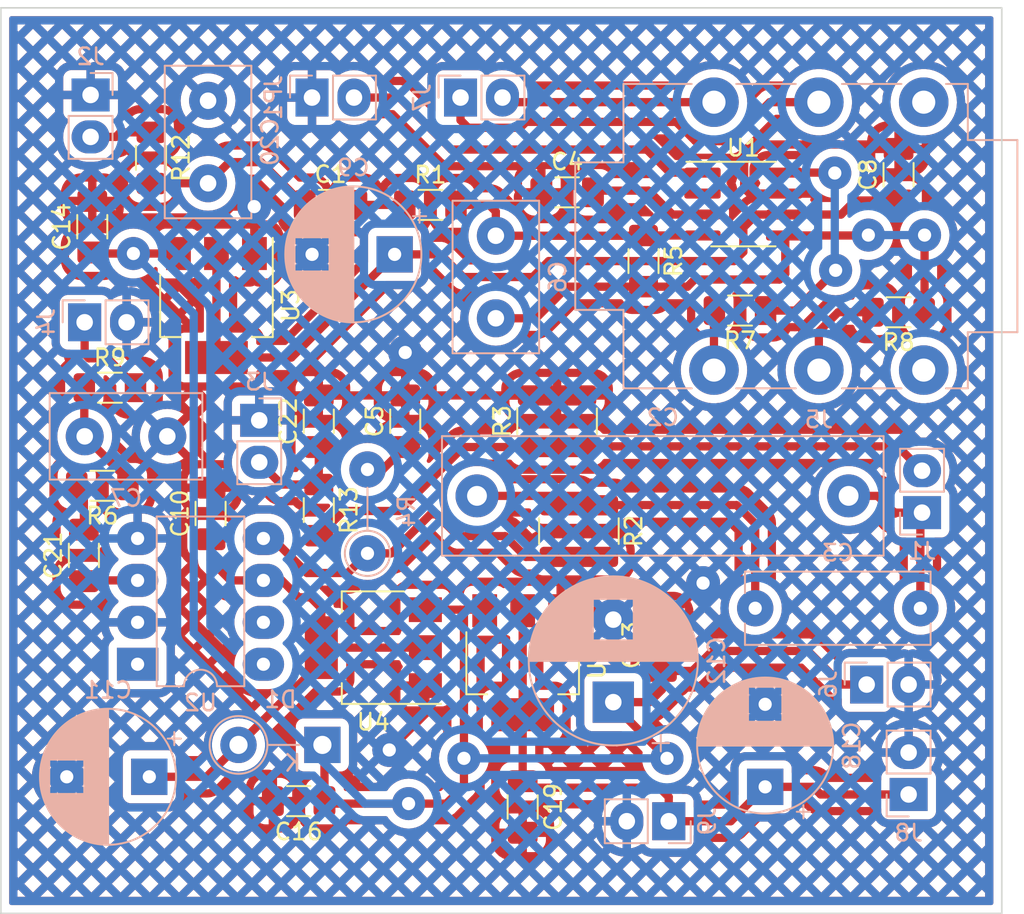
<source format=kicad_pcb>
(kicad_pcb (version 20211014) (generator pcbnew)
  (layers (0 "F.Cu" signal) (31 "B.Cu" signal) (34 "B.Paste" user) (35 "F.Paste" user) (36 "B.SilkS" user "B.Silkscreen") (37 "F.SilkS" user "F.Silkscreen") (38 "B.Mask" user) (39 "F.Mask" user) (44 "Edge.Cuts" user))
  (net 0 "")
  (net 1 "Net-(C1-Pad1)")
  (net 2 "Net-(C1-Pad2)")
  (net 3 "Net-(C2-Pad1)")
  (net 4 "Net-(C2-Pad2)")
  (net 5 "GND")
  (net 6 "Net-(C4-Pad2)")
  (net 7 "Net-(C5-Pad1)")
  (net 8 "Net-(C6-Pad1)")
  (net 9 "Net-(C6-Pad2)")
  (net 10 "Net-(C7-Pad1)")
  (net 11 "Net-(C8-Pad1)")
  (net 12 "Net-(C10-Pad1)")
  (net 13 "VCC")
  (net 14 "Net-(C18-Pad1)")
  (net 15 "Net-(C21-Pad1)")
  (net 16 "Net-(C21-Pad2)")
  (net 17 "Net-(C22-Pad1)")
  (net 18 "Net-(J1-Pad2)")
  (net 19 "Net-(J2-Pad2)")
  (net 20 "Net-(J4-Pad1)")
  (net 21 "Net-(J5-PadR)")
  (net 22 "Net-(J5-PadRN)")
  (net 25 "Net-(J5-PadT)")
  (net 26 "Net-(J5-PadTN)")
  (net 27 "Net-(JP1-Pad2)")
  (net 28 "Net-(R2-Pad2)")
  (net 29 "Net-(R7-Pad1)")
  (footprint "Resistor_SMD:R_1206_3216Metric_Pad1.30x1.75mm_HandSolder" (layer "F.Cu") (at 214.376 57.5564 180)
    (fp_text reference "R8" (at 0 -1.82) (layer "F.SilkS"))
    (fp_text value "2")
    (pad "1" smd roundrect (at -1.55 0 180) (size 1.3 1.75) (layers "F.Cu" "F.Paste" "F.Mask") (roundrect_rratio 0.1923076923) (net 8 "Net-(C6-Pad1)"))
    (pad "2" smd roundrect (at 1.55 0 180) (size 1.3 1.75) (layers "F.Cu" "F.Paste" "F.Mask") (roundrect_rratio 0.1923076923) (net 21 "Net-(J5-PadR)"))
  )
  (footprint "Capacitor_SMD:C_1206_3216Metric_Pad1.33x1.80mm_HandSolder" (layer "F.Cu") (at 214.376 49.2252 90)
    (fp_text reference "C8" (at 0 -1.85 90) (layer "F.SilkS"))
    (fp_text value "0.1")
    (pad "1" smd roundrect (at -1.5625 0 90) (size 1.325 1.8) (layers "F.Cu" "F.Paste" "F.Mask") (roundrect_rratio 0.1886792453) (net 11 "Net-(C8-Pad1)"))
    (pad "2" smd roundrect (at 1.5625 0 90) (size 1.325 1.8) (layers "F.Cu" "F.Paste" "F.Mask") (roundrect_rratio 0.1886792453) (net 5 "GND"))
  )
  (footprint "Resistor_SMD:R_1206_3216Metric_Pad1.30x1.75mm_HandSolder" (layer "F.Cu") (at 166.1668 68.072 180)
    (fp_text reference "R6" (at 0 -1.82) (layer "F.SilkS"))
    (fp_text value "5.1K")
    (pad "1" smd roundrect (at -1.55 0 180) (size 1.3 1.75) (layers "F.Cu" "F.Paste" "F.Mask") (roundrect_rratio 0.1923076923) (net 10 "Net-(C7-Pad1)"))
    (pad "2" smd roundrect (at 1.55 0 180) (size 1.3 1.75) (layers "F.Cu" "F.Paste" "F.Mask") (roundrect_rratio 0.1923076923) (net 16 "Net-(C21-Pad2)"))
  )
  (footprint "Resistor_SMD:R_1206_3216Metric_Pad1.30x1.75mm_HandSolder" (layer "F.Cu") (at 198.9328 54.4576 -90)
    (fp_text reference "R5" (at 0 -1.82 90) (layer "F.SilkS"))
    (fp_text value "33K")
    (pad "1" smd roundrect (at -1.55 0 270) (size 1.3 1.75) (layers "F.Cu" "F.Paste" "F.Mask") (roundrect_rratio 0.1923076923) (net 9 "Net-(C6-Pad2)"))
    (pad "2" smd roundrect (at 1.55 0 270) (size 1.3 1.75) (layers "F.Cu" "F.Paste" "F.Mask") (roundrect_rratio 0.1923076923) (net 8 "Net-(C6-Pad1)"))
  )
  (footprint "Capacitor_SMD:C_1206_3216Metric_Pad1.33x1.80mm_HandSolder" (layer "F.Cu") (at 184.5056 64.1604 90)
    (fp_text reference "C5" (at 0 -1.85 90) (layer "F.SilkS"))
    (fp_text value "0.1")
    (pad "1" smd roundrect (at -1.5625 0 90) (size 1.325 1.8) (layers "F.Cu" "F.Paste" "F.Mask") (roundrect_rratio 0.1886792453) (net 7 "Net-(C5-Pad1)"))
    (pad "2" smd roundrect (at 1.5625 0 90) (size 1.325 1.8) (layers "F.Cu" "F.Paste" "F.Mask") (roundrect_rratio 0.1886792453) (net 5 "GND"))
  )
  (footprint "Capacitor_SMD:C_1206_3216Metric_Pad1.33x1.80mm_HandSolder" (layer "F.Cu") (at 179.2732 64.1604 90)
    (fp_text reference "C22" (at 0 -1.85 90) (layer "F.SilkS"))
    (fp_text value "1.0")
    (pad "1" smd roundrect (at -1.5625 0 90) (size 1.325 1.8) (layers "F.Cu" "F.Paste" "F.Mask") (roundrect_rratio 0.1886792453) (net 17 "Net-(C22-Pad1)"))
    (pad "2" smd roundrect (at 1.5625 0 90) (size 1.325 1.8) (layers "F.Cu" "F.Paste" "F.Mask") (roundrect_rratio 0.1886792453) (net 5 "GND"))
  )
  (footprint "Resistor_SMD:R_1206_3216Metric_Pad1.30x1.75mm_HandSolder" (layer "F.Cu") (at 169.1132 48.2092 -90)
    (fp_text reference "R12" (at 0 -1.82 90) (layer "F.SilkS"))
    (fp_text value "5.1K")
    (pad "1" smd roundrect (at -1.55 0 270) (size 1.3 1.75) (layers "F.Cu" "F.Paste" "F.Mask") (roundrect_rratio 0.1923076923) (net 19 "Net-(J2-Pad2)"))
    (pad "2" smd roundrect (at 1.55 0 270) (size 1.3 1.75) (layers "F.Cu" "F.Paste" "F.Mask") (roundrect_rratio 0.1923076923) (net 1 "Net-(C1-Pad1)"))
  )
  (footprint "Package_TO_SOT_SMD:SOT-223-3_TabPin2" (layer "F.Cu") (at 182.5752 77.8764 180)
    (fp_text reference "U4" (at 0 -4.5) (layer "F.SilkS"))
    (fp_text value "LD1117S50TR_SOT223")
    (pad "1" smd rect (at -3.15 -2.3 180) (size 2 1.5) (layers "F.Cu" "F.Paste" "F.Mask") (net 5 "GND"))
    (pad "2" smd rect (at -3.15 0 180) (size 2 1.5) (layers "F.Cu" "F.Paste" "F.Mask") (net 12 "Net-(C10-Pad1)"))
    (pad "2" smd rect (at 3.15 0 180) (size 2 3.8) (layers "F.Cu" "F.Paste" "F.Mask") (net 12 "Net-(C10-Pad1)"))
    (pad "3" smd rect (at -3.15 2.3 180) (size 2 1.5) (layers "F.Cu" "F.Paste" "F.Mask") (net 13 "VCC"))
  )
  (footprint "Resistor_SMD:R_1218_3246Metric_Pad1.22x4.75mm_HandSolder" (layer "F.Cu") (at 193.7004 64.1604 90)
    (fp_text reference "R3" (at 0 -3.32 90) (layer "F.SilkS"))
    (fp_text value "1")
    (pad "1" smd roundrect (at -1.5625 0 90) (size 1.225 4.75) (layers "F.Cu" "F.Paste" "F.Mask") (roundrect_rratio 0.2040816327) (net 18 "Net-(J1-Pad2)"))
    (pad "2" smd roundrect (at 1.5625 0 90) (size 1.225 4.75) (layers "F.Cu" "F.Paste" "F.Mask") (roundrect_rratio 0.2040816327) (net 5 "GND"))
  )
  (footprint "Capacitor_SMD:C_1206_3216Metric_Pad1.33x1.80mm_HandSolder" (layer "F.Cu") (at 165.5572 52.3748 90)
    (fp_text reference "C14" (at 0 -1.85 90) (layer "F.SilkS"))
    (fp_text value "0.1")
    (pad "1" smd roundrect (at -1.5625 0 90) (size 1.325 1.8) (layers "F.Cu" "F.Paste" "F.Mask") (roundrect_rratio 0.1886792453) (net 13 "VCC"))
    (pad "2" smd roundrect (at 1.5625 0 90) (size 1.325 1.8) (layers "F.Cu" "F.Paste" "F.Mask") (roundrect_rratio 0.1886792453) (net 5 "GND"))
  )
  (footprint "Capacitor_SMD:C_1206_3216Metric_Pad1.33x1.80mm_HandSolder" (layer "F.Cu") (at 200.0504 77.724 90)
    (fp_text reference "C13" (at 0 -1.85 90) (layer "F.SilkS"))
    (fp_text value "0.1")
    (pad "1" smd roundrect (at -1.5625 0 90) (size 1.325 1.8) (layers "F.Cu" "F.Paste" "F.Mask") (roundrect_rratio 0.1886792453) (net 13 "VCC"))
    (pad "2" smd roundrect (at 1.5625 0 90) (size 1.325 1.8) (layers "F.Cu" "F.Paste" "F.Mask") (roundrect_rratio 0.1886792453) (net 5 "GND"))
  )
  (footprint "Resistor_SMD:R_1206_3216Metric_Pad1.30x1.75mm_HandSolder" (layer "F.Cu") (at 166.624 62.1284)
    (fp_text reference "R9" (at 0 -1.82) (layer "F.SilkS"))
    (fp_text value "5.1K")
    (pad "1" smd roundrect (at -1.55 0) (size 1.3 1.75) (layers "F.Cu" "F.Paste" "F.Mask") (roundrect_rratio 0.1923076923) (net 10 "Net-(C7-Pad1)"))
    (pad "2" smd roundrect (at 1.55 0) (size 1.3 1.75) (layers "F.Cu" "F.Paste" "F.Mask") (roundrect_rratio 0.1923076923) (net 20 "Net-(J4-Pad1)"))
  )
  (footprint "Capacitor_SMD:C_1206_3216Metric_Pad1.33x1.80mm_HandSolder" (layer "F.Cu") (at 165.0492 72.2884 90)
    (fp_text reference "C21" (at 0 -1.85 90) (layer "F.SilkS"))
    (fp_text value "0.1")
    (pad "1" smd roundrect (at -1.5625 0 90) (size 1.325 1.8) (layers "F.Cu" "F.Paste" "F.Mask") (roundrect_rratio 0.1886792453) (net 15 "Net-(C21-Pad1)"))
    (pad "2" smd roundrect (at 1.5625 0 90) (size 1.325 1.8) (layers "F.Cu" "F.Paste" "F.Mask") (roundrect_rratio 0.1886792453) (net 16 "Net-(C21-Pad2)"))
  )
  (footprint "Capacitor_SMD:C_1206_3216Metric_Pad1.33x1.80mm_HandSolder" (layer "F.Cu") (at 191.6176 87.5284 -90)
    (fp_text reference "C19" (at 0 -1.85 90) (layer "F.SilkS"))
    (fp_text value "0.1")
    (pad "1" smd roundrect (at -1.5625 0 270) (size 1.325 1.8) (layers "F.Cu" "F.Paste" "F.Mask") (roundrect_rratio 0.1886792453) (net 14 "Net-(C18-Pad1)"))
    (pad "2" smd roundrect (at 1.5625 0 270) (size 1.325 1.8) (layers "F.Cu" "F.Paste" "F.Mask") (roundrect_rratio 0.1886792453) (net 5 "GND"))
  )
  (footprint "Resistor_SMD:R_1206_3216Metric_Pad1.30x1.75mm_HandSolder" (layer "F.Cu") (at 186.0296 51.054)
    (fp_text reference "R1" (at 0 -1.82) (layer "F.SilkS"))
    (fp_text value "5.1K")
    (pad "1" smd roundrect (at -1.55 0) (size 1.3 1.75) (layers "F.Cu" "F.Paste" "F.Mask") (roundrect_rratio 0.1923076923) (net 2 "Net-(C1-Pad2)"))
    (pad "2" smd roundrect (at 1.55 0) (size 1.3 1.75) (layers "F.Cu" "F.Paste" "F.Mask") (roundrect_rratio 0.1923076923) (net 9 "Net-(C6-Pad2)"))
  )
  (footprint "Resistor_SMD:R_1206_3216Metric_Pad1.30x1.75mm_HandSolder" (layer "F.Cu") (at 204.7748 57.4548 180)
    (fp_text reference "R7" (at 0 -1.82) (layer "F.SilkS"))
    (fp_text value "2")
    (pad "1" smd roundrect (at -1.55 0 180) (size 1.3 1.75) (layers "F.Cu" "F.Paste" "F.Mask") (roundrect_rratio 0.1923076923) (net 29 "Net-(R7-Pad1)"))
    (pad "2" smd roundrect (at 1.55 0 180) (size 1.3 1.75) (layers "F.Cu" "F.Paste" "F.Mask") (roundrect_rratio 0.1923076923) (net 25 "Net-(J5-PadT)"))
  )
  (footprint "Capacitor_SMD:C_1206_3216Metric_Pad1.33x1.80mm_HandSolder" (layer "F.Cu") (at 172.72 69.7484 90)
    (fp_text reference "C10" (at 0 -1.85 90) (layer "F.SilkS"))
    (fp_text value "0.1")
    (pad "1" smd roundrect (at -1.5625 0 90) (size 1.325 1.8) (layers "F.Cu" "F.Paste" "F.Mask") (roundrect_rratio 0.1886792453) (net 12 "Net-(C10-Pad1)"))
    (pad "2" smd roundrect (at 1.5625 0 90) (size 1.325 1.8) (layers "F.Cu" "F.Paste" "F.Mask") (roundrect_rratio 0.1886792453) (net 5 "GND"))
  )
  (footprint "Resistor_SMD:R_1218_3246Metric_Pad1.22x4.75mm_HandSolder" (layer "F.Cu") (at 195.0212 70.8152 -90)
    (fp_text reference "R2" (at 0 -3.32 90) (layer "F.SilkS"))
    (fp_text value "1")
    (pad "1" smd roundrect (at -1.5625 0 270) (size 1.225 4.75) (layers "F.Cu" "F.Paste" "F.Mask") (roundrect_rratio 0.2040816327) (net 4 "Net-(C2-Pad2)"))
    (pad "2" smd roundrect (at 1.5625 0 270) (size 1.225 4.75) (layers "F.Cu" "F.Paste" "F.Mask") (roundrect_rratio 0.2040816327) (net 28 "Net-(R2-Pad2)"))
  )
  (footprint "Package_TO_SOT_SMD:SOT-223-3_TabPin2" (layer "F.Cu") (at 173.0756 57.15 -90)
    (fp_text reference "U3" (at 0 -4.5 90) (layer "F.SilkS"))
    (fp_text value "LD1117S50TR_SOT223")
    (pad "1" smd rect (at -3.15 -2.3 270) (size 2 1.5) (layers "F.Cu" "F.Paste" "F.Mask") (net 5 "GND"))
    (pad "2" smd rect (at 3.15 0 270) (size 2 3.8) (layers "F.Cu" "F.Paste" "F.Mask") (net 11 "Net-(C8-Pad1)"))
    (pad "2" smd rect (at -3.15 0 270) (size 2 1.5) (layers "F.Cu" "F.Paste" "F.Mask") (net 11 "Net-(C8-Pad1)"))
    (pad "3" smd rect (at -3.15 2.3 270) (size 2 1.5) (layers "F.Cu" "F.Paste" "F.Mask") (net 13 "VCC"))
  )
  (footprint "Capacitor_SMD:C_1206_3216Metric_Pad1.33x1.80mm_HandSolder" (layer "F.Cu") (at 179.9844 51.054)
    (fp_text reference "C1" (at 0 -1.85) (layer "F.SilkS"))
    (fp_text value "1.0")
    (pad "1" smd roundrect (at -1.5625 0) (size 1.325 1.8) (layers "F.Cu" "F.Paste" "F.Mask") (roundrect_rratio 0.1886792453) (net 1 "Net-(C1-Pad1)"))
    (pad "2" smd roundrect (at 1.5625 0) (size 1.325 1.8) (layers "F.Cu" "F.Paste" "F.Mask") (roundrect_rratio 0.1886792453) (net 2 "Net-(C1-Pad2)"))
  )
  (footprint "Resistor_SMD:R_1206_3216Metric_Pad1.30x1.75mm_HandSolder" (layer "F.Cu") (at 179.2732 69.5452 -90)
    (fp_text reference "R13" (at 0 -1.82 90) (layer "F.SilkS"))
    (fp_text value "10K")
    (pad "1" smd roundrect (at -1.55 0 270) (size 1.3 1.75) (layers "F.Cu" "F.Paste" "F.Mask") (roundrect_rratio 0.1923076923) (net 17 "Net-(C22-Pad1)"))
    (pad "2" smd roundrect (at 1.55 0 270) (size 1.3 1.75) (layers "F.Cu" "F.Paste" "F.Mask") (roundrect_rratio 0.1923076923) (net 18 "Net-(J1-Pad2)"))
  )
  (footprint "Capacitor_SMD:C_1206_3216Metric_Pad1.33x1.80mm_HandSolder" (layer "F.Cu") (at 194.31 50.292)
    (fp_text reference "C4" (at 0 -1.85) (layer "F.SilkS"))
    (fp_text value "1.0")
    (pad "1" smd roundrect (at -1.5625 0) (size 1.325 1.8) (layers "F.Cu" "F.Paste" "F.Mask") (roundrect_rratio 0.1886792453) (net 5 "GND"))
    (pad "2" smd roundrect (at 1.5625 0) (size 1.325 1.8) (layers "F.Cu" "F.Paste" "F.Mask") (roundrect_rratio 0.1886792453) (net 6 "Net-(C4-Pad2)"))
  )
  (footprint "Package_TO_SOT_SMD:SOT-223-3_TabPin2" (layer "F.Cu") (at 191.6176 78.7908 -90)
    (fp_text reference "U5" (at 0 -4.5 90) (layer "F.SilkS"))
    (fp_text value "LD1117S50TR_SOT223")
    (pad "1" smd rect (at -3.15 -2.3 270) (size 2 1.5) (layers "F.Cu" "F.Paste" "F.Mask") (net 5 "GND"))
    (pad "2" smd rect (at 3.15 0 270) (size 2 3.8) (layers "F.Cu" "F.Paste" "F.Mask") (net 14 "Net-(C18-Pad1)"))
    (pad "2" smd rect (at -3.15 0 270) (size 2 1.5) (layers "F.Cu" "F.Paste" "F.Mask") (net 14 "Net-(C18-Pad1)"))
    (pad "3" smd rect (at -3.15 2.3 270) (size 2 1.5) (layers "F.Cu" "F.Paste" "F.Mask") (net 13 "VCC"))
  )
  (footprint "Capacitor_SMD:C_1206_3216Metric_Pad1.33x1.80mm_HandSolder" (layer "F.Cu") (at 178.054 87.1728 180)
    (fp_text reference "C16" (at 0 -1.85) (layer "F.SilkS"))
    (fp_text value "0.1")
    (pad "1" smd roundrect (at -1.5625 0 180) (size 1.325 1.8) (layers "F.Cu" "F.Paste" "F.Mask") (roundrect_rratio 0.1886792453) (net 13 "VCC"))
    (pad "2" smd roundrect (at 1.5625 0 180) (size 1.325 1.8) (layers "F.Cu" "F.Paste" "F.Mask") (roundrect_rratio 0.1886792453) (net 5 "GND"))
  )
  (footprint "Package_SO:SOIC-8_3.9x4.9mm_P1.27mm" (layer "F.Cu") (at 204.978 51.0032)
    (fp_text reference "U1" (at 0 -3.4) (layer "F.SilkS"))
    (fp_text value "MC34119")
    (pad "1" smd roundrect (at -2.475 -1.905) (size 2.2 0.608) (layers "F.Cu" "F.Paste" "F.Mask") (net 27 "Net-(JP1-Pad2)"))
    (pad "2" smd roundrect (at -2.475 -0.635) (size 2.2 0.608) (layers "F.Cu" "F.Paste" "F.Mask"))
    (pad "3" smd roundrect (at -2.475 0.635) (size 2.2 0.608) (layers "F.Cu" "F.Paste" "F.Mask") (net 6 "Net-(C4-Pad2)"))
    (pad "4" smd roundrect (at -2.475 1.905) (size 2.2 0.608) (layers "F.Cu" "F.Paste" "F.Mask") (net 9 "Net-(C6-Pad2)"))
    (pad "5" smd roundrect (at 2.475 1.905) (size 2.2 0.608) (layers "F.Cu" "F.Paste" "F.Mask") (net 8 "Net-(C6-Pad1)"))
    (pad "6" smd roundrect (at 2.475 0.635) (size 2.2 0.608) (layers "F.Cu" "F.Paste" "F.Mask") (net 11 "Net-(C8-Pad1)"))
    (pad "7" smd roundrect (at 2.475 -0.635) (size 2.2 0.608) (layers "F.Cu" "F.Paste" "F.Mask") (net 5 "GND"))
    (pad "8" smd roundrect (at 2.475 -1.905) (size 2.2 0.608) (layers "F.Cu" "F.Paste" "F.Mask") (net 29 "Net-(R7-Pad1)"))
  )
  (footprint "Connector_PinHeader_2.54mm:PinHeader_1x02_P2.54mm_Vertical" (layer "B.Cu") (at 215.7984 69.6976)
    (fp_text reference "J1" (at 0 2.33) (layer "B.SilkS") (effects (justify mirror)))
    (fp_text value "TX")
    (pad "1" thru_hole rect (at 0 0) (size 2.3 2) (drill 1) (layers *.Cu *.Mask) (net 3 "Net-(C2-Pad1)"))
    (pad "2" thru_hole oval (at 0 -2.54) (size 2.3 2) (drill 1) (layers *.Cu *.Mask) (net 18 "Net-(J1-Pad2)"))
  )
  (footprint "Connector_PinHeader_2.54mm:PinHeader_1x02_P2.54mm_Vertical" (layer "B.Cu") (at 200.4618 88.392 90)
    (fp_text reference "J9" (at 0 2.33 90) (layer "B.SilkS") (effects (justify mirror)))
    (fp_text value "5Vout")
    (pad "1" thru_hole rect (at 0 0 90) (size 2.3 2) (drill 1) (layers *.Cu *.Mask) (net 14 "Net-(C18-Pad1)"))
    (pad "2" thru_hole oval (at 0 -2.54 90) (size 2.3 2) (drill 1) (layers *.Cu *.Mask) (net 5 "GND"))
  )
  (footprint "Connector_PinHeader_2.54mm:PinHeader_1x02_P2.54mm_Vertical" (layer "B.Cu") (at 165.4556 44.3942 180)
    (fp_text reference "J2" (at 0 2.33) (layer "B.SilkS") (effects (justify mirror)))
    (fp_text value "sound")
    (pad "1" thru_hole rect (at 0 0 180) (size 2.3 2) (drill 1) (layers *.Cu *.Mask) (net 5 "GND"))
    (pad "2" thru_hole oval (at 0 -2.54 180) (size 2.3 2) (drill 1) (layers *.Cu *.Mask) (net 19 "Net-(J2-Pad2)"))
  )
  (footprint "Capacitor_THT:CP_Radial_D10.0mm_P5.00mm" (layer "B.Cu") (at 197.104 81.178554 90)
    (fp_text reference "C12" (at 2.5 6.25 90) (layer "B.SilkS") (effects (justify mirror)))
    (fp_text value "1000.0")
    (pad "1" thru_hole rect (at 0 0 90) (size 2.5 2.5) (drill 1) (layers *.Cu *.Mask) (net 13 "VCC"))
    (pad "2" thru_hole circle (at 5 0 90) (size 2.5 2.5) (drill 1) (layers *.Cu *.Mask) (net 5 "GND"))
  )
  (footprint "Connector_PinHeader_2.54mm:PinHeader_1x02_P2.54mm_Vertical" (layer "B.Cu") (at 214.9856 86.7714)
    (fp_text reference "J8" (at 0 2.33) (layer "B.SilkS") (effects (justify mirror)))
    (fp_text value "5Vout")
    (pad "1" thru_hole rect (at 0 0) (size 2.3 2) (drill 1) (layers *.Cu *.Mask) (net 14 "Net-(C18-Pad1)"))
    (pad "2" thru_hole oval (at 0 -2.54) (size 2.3 2) (drill 1) (layers *.Cu *.Mask) (net 5 "GND"))
  )
  (footprint "Diode_THT:D_DO-41_SOD81_P5.08mm_Vertical_KathodeUp" (layer "B.Cu") (at 179.491017 83.7692 180)
    (fp_text reference "D1" (at 2.54 2.750635) (layer "B.SilkS") (effects (justify mirror)))
    (fp_text value "D")
    (fp_text user "K" (at 1.8 -1.1) (layer "B.SilkS") (effects (justify mirror)))
    (pad "1" thru_hole rect (at 0 0 180) (size 2.2 2.2) (drill 1.1) (layers *.Cu *.Mask) (net 13 "VCC"))
    (pad "2" thru_hole oval (at 5.08 0 180) (size 2.2 2.2) (drill 1.1) (layers *.Cu *.Mask) (net 12 "Net-(C10-Pad1)"))
  )
  (footprint "Connector_PinHeader_2.54mm:PinHeader_1x02_P2.54mm_Vertical" (layer "B.Cu") (at 175.6664 64.1046 180)
    (fp_text reference "J3" (at 0 2.33) (layer "B.SilkS") (effects (justify mirror)))
    (fp_text value "curs")
    (pad "1" thru_hole rect (at 0 0 180) (size 2.3 2) (drill 1) (layers *.Cu *.Mask) (net 5 "GND"))
    (pad "2" thru_hole oval (at 0 -2.54 180) (size 2.3 2) (drill 1) (layers *.Cu *.Mask) (net 17 "Net-(C22-Pad1)"))
  )
  (footprint "Package_DIP:DIP-8_W7.62mm" (layer "B.Cu") (at 168.3004 78.8824)
    (fp_text reference "U2" (at 3.81 2.33) (layer "B.SilkS") (effects (justify mirror)))
    (fp_text value "LM386")
    (pad "1" thru_hole rect (at 0 0) (size 2.5 2) (drill 0.8) (layers *.Cu *.Mask))
    (pad "2" thru_hole oval (at 0 -2.54) (size 2.5 2) (drill 0.8) (layers *.Cu *.Mask) (net 5 "GND"))
    (pad "3" thru_hole oval (at 0 -5.08) (size 2.5 2) (drill 0.8) (layers *.Cu *.Mask) (net 15 "Net-(C21-Pad1)"))
    (pad "4" thru_hole oval (at 0 -7.62) (size 2.5 2) (drill 0.8) (layers *.Cu *.Mask) (net 5 "GND"))
    (pad "5" thru_hole oval (at 7.62 -7.62) (size 2.5 2) (drill 0.8) (layers *.Cu *.Mask) (net 28 "Net-(R2-Pad2)"))
    (pad "6" thru_hole oval (at 7.62 -5.08) (size 2.5 2) (drill 0.8) (layers *.Cu *.Mask) (net 12 "Net-(C10-Pad1)"))
    (pad "7" thru_hole oval (at 7.62 -2.54) (size 2.5 2) (drill 0.8) (layers *.Cu *.Mask))
    (pad "8" thru_hole oval (at 7.62 0) (size 2.5 2) (drill 0.8) (layers *.Cu *.Mask))
  )
  (footprint "Capacitor_THT:C_Disc_D9.0mm_W5.0mm_P5.00mm" (layer "B.Cu") (at 172.5676 49.744 90)
    (fp_text reference "C20" (at 2.5 3.75 90) (layer "B.SilkS") (effects (justify mirror)))
    (fp_text value "6800")
    (pad "1" thru_hole circle (at 0 0 90) (size 2.3 2.3) (drill 1) (layers *.Cu *.Mask) (net 1 "Net-(C1-Pad1)"))
    (pad "2" thru_hole circle (at 5 0 90) (size 2.3 2.3) (drill 1) (layers *.Cu *.Mask) (net 5 "GND"))
  )
  (footprint "Capacitor_THT:CP_Radial_D8.0mm_P5.00mm" (layer "B.Cu") (at 206.2988 86.3092 90)
    (fp_text reference "C18" (at 2.5 5.25 90) (layer "B.SilkS") (effects (justify mirror)))
    (fp_text value "470.0")
    (pad "1" thru_hole rect (at 0 0 90) (size 2.2 2.2) (drill 0.8) (layers *.Cu *.Mask) (net 14 "Net-(C18-Pad1)"))
    (pad "2" thru_hole circle (at 5 0 90) (size 2.2 2.2) (drill 0.8) (layers *.Cu *.Mask) (net 5 "GND"))
  )
  (footprint "Connector_PinHeader_2.54mm:PinHeader_1x02_P2.54mm_Vertical" (layer "B.Cu") (at 165.095 58.166 -90)
    (fp_text reference "J4" (at 0 2.33 90) (layer "B.SilkS") (effects (justify mirror)))
    (fp_text value "tx_src")
    (pad "1" thru_hole rect (at 0 0 270) (size 2.3 2) (drill 1) (layers *.Cu *.Mask) (net 20 "Net-(J4-Pad1)"))
    (pad "2" thru_hole oval (at 0 -2.54 270) (size 2.3 2) (drill 1) (layers *.Cu *.Mask) (net 5 "GND"))
  )
  (footprint "Connector_PinHeader_2.54mm:PinHeader_1x02_P2.54mm_Vertical" (layer "B.Cu") (at 187.8534 44.5516 -90)
    (fp_text reference "J7" (at 0 2.33 90) (layer "B.SilkS") (effects (justify mirror)))
    (fp_text value "speaker")
    (pad "1" thru_hole rect (at 0 0 270) (size 2.3 2) (drill 1) (layers *.Cu *.Mask) (net 22 "Net-(J5-PadRN)"))
    (pad "2" thru_hole oval (at 0 -2.54 270) (size 2.3 2) (drill 1) (layers *.Cu *.Mask) (net 26 "Net-(J5-PadTN)"))
  )
  (footprint "Capacitor_THT:C_Rect_L26.5mm_W7.0mm_P22.50mm_MKS4" (layer "B.Cu") (at 211.3512 68.6816 180)
    (fp_text reference "C2" (at 11.25 4.75) (layer "B.SilkS") (effects (justify mirror)))
    (fp_text value "0.33")
    (pad "1" thru_hole circle (at 0 0 180) (size 2.6 2.6) (drill 1.2) (layers *.Cu *.Mask) (net 3 "Net-(C2-Pad1)"))
    (pad "2" thru_hole circle (at 22.5 0 180) (size 2.6 2.6) (drill 1.2) (layers *.Cu *.Mask) (net 4 "Net-(C2-Pad2)"))
  )
  (footprint "Connector_Audio:Jack_6.35mm_Neutrik_NMJ6HCD3_Horizontal" (layer "B.Cu") (at 203.2 61.0616)
    (fp_text reference "J5" (at 6.35 3) (layer "B.SilkS") (effects (justify mirror)))
    (fp_text value "phones")
    (pad "R" thru_hole circle (at 6.35 0) (size 3 3) (drill 1.4) (layers *.Cu *.Mask) (net 21 "Net-(J5-PadR)"))
    (pad "RN" thru_hole circle (at 6.35 -16.23) (size 3 3) (drill 1.4) (layers *.Cu *.Mask) (net 22 "Net-(J5-PadRN)"))
    (pad "S" thru_hole circle (at 12.7 0) (size 3 3) (drill 1.4) (layers *.Cu *.Mask))
    (pad "SN" thru_hole circle (at 12.7 -16.23) (size 3 3) (drill 1.4) (layers *.Cu *.Mask))
    (pad "T" thru_hole circle (at 0 0) (size 3 3) (drill 1.4) (layers *.Cu *.Mask) (net 25 "Net-(J5-PadT)"))
    (pad "TN" thru_hole circle (at 0 -16.23) (size 3 3) (drill 1.4) (layers *.Cu *.Mask) (net 26 "Net-(J5-PadTN)"))
  )
  (footprint "Resistor_THT:R_Axial_DIN0207_L6.3mm_D2.5mm_P5.08mm_Vertical" (layer "B.Cu") (at 182.2196 72.165 90)
    (fp_text reference "R4" (at 2.54 2.37 90) (layer "B.SilkS") (effects (justify mirror)))
    (fp_text value "20")
    (pad "1" thru_hole circle (at 0 0 90) (size 2.2 2.2) (drill 0.8) (layers *.Cu *.Mask) (net 28 "Net-(R2-Pad2)"))
    (pad "2" thru_hole oval (at 5.08 0 90) (size 2.2 2.2) (drill 0.8) (layers *.Cu *.Mask) (net 7 "Net-(C5-Pad1)"))
  )
  (footprint "Capacitor_THT:C_Disc_D9.0mm_W5.0mm_P5.00mm" (layer "B.Cu") (at 189.992 57.9228 90)
    (fp_text reference "C6" (at 2.5 3.75 90) (layer "B.SilkS") (effects (justify mirror)))
    (fp_text value "4700")
    (pad "1" thru_hole circle (at 0 0 90) (size 2.3 2.3) (drill 1) (layers *.Cu *.Mask) (net 8 "Net-(C6-Pad1)"))
    (pad "2" thru_hole circle (at 5 0 90) (size 2.3 2.3) (drill 1) (layers *.Cu *.Mask) (net 9 "Net-(C6-Pad2)"))
  )
  (footprint "Capacitor_THT:C_Rect_L11.0mm_W4.2mm_P10.00mm_MKT" (layer "B.Cu") (at 215.6968 75.4888 180)
    (fp_text reference "C3" (at 5 3.35) (layer "B.SilkS") (effects (justify mirror)))
    (fp_text value "4700")
    (pad "1" thru_hole circle (at 0 0 180) (size 2.2 2.2) (drill 0.8) (layers *.Cu *.Mask) (net 3 "Net-(C2-Pad1)"))
    (pad "2" thru_hole circle (at 10 0 180) (size 2.2 2.2) (drill 0.8) (layers *.Cu *.Mask) (net 4 "Net-(C2-Pad2)"))
  )
  (footprint "Capacitor_THT:CP_Radial_D8.0mm_P5.00mm" (layer "B.Cu") (at 169.0116 85.6996 180)
    (fp_text reference "C11" (at 2.5 5.25) (layer "B.SilkS") (effects (justify mirror)))
    (fp_text value "470.0")
    (pad "1" thru_hole rect (at 0 0 180) (size 2.2 2.2) (drill 0.8) (layers *.Cu *.Mask) (net 12 "Net-(C10-Pad1)"))
    (pad "2" thru_hole circle (at 5 0 180) (size 2.2 2.2) (drill 0.8) (layers *.Cu *.Mask) (net 5 "GND"))
  )
  (footprint "Capacitor_THT:CP_Radial_D8.0mm_P5.00mm" (layer "B.Cu") (at 183.864502 54.0512 180)
    (fp_text reference "C9" (at 2.5 5.25) (layer "B.SilkS") (effects (justify mirror)))
    (fp_text value "470.0")
    (pad "1" thru_hole rect (at 0 0 180) (size 2.2 2.2) (drill 0.8) (layers *.Cu *.Mask) (net 11 "Net-(C8-Pad1)"))
    (pad "2" thru_hole circle (at 5 0 180) (size 2.2 2.2) (drill 0.8) (layers *.Cu *.Mask) (net 5 "GND"))
  )
  (footprint "Connector_PinHeader_2.54mm:PinHeader_1x02_P2.54mm_Vertical" (layer "B.Cu") (at 178.8618 44.5516 -90)
    (fp_text reference "JP1" (at 0 2.33 90) (layer "B.SilkS") (effects (justify mirror)))
    (fp_text value "Jumper_2_Open")
    (pad "1" thru_hole rect (at 0 0 270) (size 2.3 2) (drill 1) (layers *.Cu *.Mask) (net 5 "GND"))
    (pad "2" thru_hole oval (at 0 -2.54 270) (size 2.3 2) (drill 1) (layers *.Cu *.Mask) (net 27 "Net-(JP1-Pad2)"))
  )
  (footprint "Capacitor_THT:C_Disc_D9.0mm_W5.0mm_P5.00mm" (layer "B.Cu") (at 165.1 65.0748)
    (fp_text reference "C7" (at 2.5 3.75) (layer "B.SilkS") (effects (justify mirror)))
    (fp_text value "10n")
    (pad "1" thru_hole circle (at 0 0) (size 2.3 2.3) (drill 1) (layers *.Cu *.Mask) (net 10 "Net-(C7-Pad1)"))
    (pad "2" thru_hole circle (at 5 0) (size 2.3 2.3) (drill 1) (layers *.Cu *.Mask) (net 5 "GND"))
  )
  (footprint "Connector_PinHeader_2.54mm:PinHeader_1x02_P2.54mm_Vertical" (layer "B.Cu") (at 212.4456 80.1116 -90)
    (fp_text reference "J6" (at 0 2.33 90) (layer "B.SilkS") (effects (justify mirror)))
    (fp_text value "PWR")
    (pad "1" thru_hole rect (at 0 0 270) (size 2.3 2) (drill 1) (layers *.Cu *.Mask) (net 13 "VCC"))
    (pad "2" thru_hole oval (at 0 -2.54 270) (size 2.3 2) (drill 1) (layers *.Cu *.Mask) (net 5 "GND"))
  )
  (gr_rect (start 160.02 39.116) (end 220.6244 93.98) (layer "Edge.Cuts") (width 0.1) (fill none))
  (segment (start 169.1284 49.744) (end 169.1132 49.7592) (width 0.5) (layer "F.Cu") (net 1))
  (segment (start 172.5676 49.744) (end 169.1284 49.744) (width 0.5) (layer "F.Cu") (net 1))
  (segment (start 178.4219 51.054) (end 178.3588 51.054) (width 0.5) (layer "F.Cu") (net 1))
  (segment (start 173.8484 48.4632) (end 172.5676 49.744) (width 0.5) (layer "F.Cu") (net 1))
  (segment (start 175.768 48.4632) (end 173.8484 48.4632) (width 0.5) (layer "F.Cu") (net 1))
  (segment (start 178.3588 51.054) (end 175.768 48.4632) (width 0.5) (layer "F.Cu") (net 1))
  (segment (start 184.4796 51.054) (end 181.5469 51.054) (width 0.5) (layer "F.Cu") (net 2))
  (segment (start 215.6968 75.4888) (end 215.6968 69.7992) (width 0.5) (layer "F.Cu") (net 3))
  (segment (start 211.3512 68.6816) (end 213.106 68.6816) (width 0.5) (layer "F.Cu") (net 3))
  (segment (start 214.2236 69.6976) (end 215.7984 69.6976) (width 0.5) (layer "F.Cu") (net 3))
  (segment (start 214.1728 69.7484) (end 214.2236 69.6976) (width 0.5) (layer "F.Cu") (net 3))
  (segment (start 213.106 68.6816) (end 214.1728 69.7484) (width 0.5) (layer "F.Cu") (net 3))
  (segment (start 215.6968 69.7992) (end 215.7984 69.6976) (width 0.5) (layer "F.Cu") (net 3))
  (segment (start 205.6968 70.3656) (end 204.5716 69.2404) (width 0.5) (layer "F.Cu") (net 4))
  (segment (start 195.0212 68.7324) (end 194.9704 68.6816) (width 0.5) (layer "F.Cu") (net 4))
  (segment (start 204.5716 69.2404) (end 195.0335 69.2404) (width 0.5) (layer "F.Cu") (net 4))
  (segment (start 188.8512 68.6816) (end 194.9704 68.6816) (width 0.5) (layer "F.Cu") (net 4))
  (segment (start 195.0335 69.2404) (end 195.0212 69.2527) (width 0.5) (layer "F.Cu") (net 4))
  (segment (start 195.0212 69.2527) (end 195.0212 68.7324) (width 0.5) (layer "F.Cu") (net 4))
  (segment (start 205.6968 75.4888) (end 205.6968 70.3656) (width 0.5) (layer "F.Cu") (net 4))
  (segment (start 185.7252 81.8892) (end 183.5404 84.074) (width 0.5) (layer "F.Cu") (net 5))
  (segment (start 200.0504 76.1615) (end 197.121054 76.1615) (width 0.5) (layer "F.Cu") (net 5))
  (segment (start 165.5572 50.8123) (end 166.0267 50.8123) (width 0.5) (layer "F.Cu") (net 5))
  (segment (start 206.0448 47.3964) (end 214.1097 47.3964) (width 0.5) (layer "F.Cu") (net 5))
  (segment (start 185.7252 80.1764) (end 185.7252 81.8892) (width 0.5) (layer "F.Cu") (net 5))
  (segment (start 197.121054 76.1615) (end 197.104 76.178554) (width 0.5) (layer "F.Cu") (net 5))
  (segment (start 175.3756 51.1696) (end 175.3616 51.1556) (width 0.5) (layer "F.Cu") (net 5))
  (segment (start 175.3756 54) (end 175.3756 51.1696) (width 0.5) (layer "F.Cu") (net 5))
  (segment (start 175.4268 54.0512) (end 175.3756 54) (width 0.5) (layer "F.Cu") (net 5))
  (segment (start 200.3429 76.1615) (end 202.5396 73.9648) (width 0.5) (layer "F.Cu") (net 5))
  (segment (start 207.453 50.3682) (end 205.359 50.3682) (width 0.5) (layer "F.Cu") (net 5))
  (segment (start 167.0304 51.816) (end 173.3296 51.816) (width 0.5) (layer "F.Cu") (net 5))
  (segment (start 178.864502 54.0512) (end 175.4268 54.0512) (width 0.5) (layer "F.Cu") (net 5))
  (segment (start 179.2732 62.5979) (end 184.5056 62.5979) (width 0.5) (layer "F.Cu") (net 5))
  (segment (start 196.566246 75.6408) (end 197.104 76.178554) (width 0.5) (layer "F.Cu") (net 5))
  (segment (start 166.0267 50.8123) (end 167.0304 51.816) (width 0.5) (layer "F.Cu") (net 5))
  (segment (start 205.0288 48.4124) (end 206.0448 47.3964) (width 0.5) (layer "F.Cu") (net 5))
  (segment (start 214.1097 47.3964) (end 214.376 47.6627) (width 0.5) (layer "F.Cu") (net 5))
  (segment (start 193.7004 62.5979) (end 184.5056 62.5979) (width 0.5) (layer "F.Cu") (net 5))
  (segment (start 205.359 50.3682) (end 205.0288 50.038) (width 0.5) (layer "F.Cu") (net 5))
  (segment (start 200.0504 76.1615) (end 200.3429 76.1615) (width 0.5) (layer "F.Cu") (net 5))
  (segment (start 184.5056 62.5979) (end 184.5056 59.9948) (width 0.5) (layer "F.Cu") (net 5))
  (segment (start 205.0288 50.038) (end 205.0288 48.4124) (width 0.5) (layer "F.Cu") (net 5))
  (segment (start 193.9176 75.6408) (end 196.566246 75.6408) (width 0.5) (layer "F.Cu") (net 5))
  (segment (start 173.3296 51.816) (end 173.99 51.1556) (width 0.5) (layer "F.Cu") (net 5))
  (segment (start 173.99 51.1556) (end 175.3616 51.1556) (width 0.5) (layer "F.Cu") (net 5))
  (via (at 202.5396 73.9648) (size 2) (drill 0.8) (layers "F.Cu" "B.Cu") (net 5))
  (via (at 184.5056 59.9948) (size 2) (drill 0.8) (layers "F.Cu" "B.Cu") (net 5))
  (via (at 183.5404 84.074) (size 2) (drill 0.8) (layers "F.Cu" "B.Cu") (net 5))
  (via (at 175.3616 51.1556) (size 2) (drill 0.8) (layers "F.Cu" "B.Cu") (net 5))
  (segment (start 199.2376 50.1904) (end 195.9741 50.1904) (width 0.5) (layer "F.Cu") (net 6))
  (segment (start 195.9741 50.1904) (end 195.8725 50.292) (width 0.5) (layer "F.Cu") (net 6))
  (segment (start 200.6854 51.6382) (end 199.2376 50.1904) (width 0.5) (layer "F.Cu") (net 6))
  (segment (start 202.503 51.6382) (end 200.6854 51.6382) (width 0.5) (layer "F.Cu") (net 6))
  (segment (start 183.1435 67.085) (end 184.5056 65.7229) (width 0.5) (layer "F.Cu") (net 7))
  (segment (start 182.2196 67.085) (end 183.1435 67.085) (width 0.5) (layer "F.Cu") (net 7))
  (segment (start 201.5992 56.0076) (end 202.0316 55.5752) (width 0.5) (layer "F.Cu") (net 8))
  (segment (start 194.3348 56.0076) (end 192.4196 57.9228) (width 0.5) (layer "F.Cu") (net 8))
  (segment (start 202.0316 55.5752) (end 207.1624 55.5752) (width 0.5) (layer "F.Cu") (net 8))
  (segment (start 212.5472 52.8828) (end 212.5218 52.9082) (width 0.5) (layer "F.Cu") (net 8))
  (segment (start 212.5218 52.9082) (end 207.453 52.9082) (width 0.5) (layer "F.Cu") (net 8))
  (segment (start 198.9328 56.0076) (end 201.5992 56.0076) (width 0.5) (layer "F.Cu") (net 8))
  (segment (start 198.9328 56.0076) (end 194.3348 56.0076) (width 0.5) (layer "F.Cu") (net 8))
  (segment (start 215.9508 52.8828) (end 215.9508 57.5316) (width 0.5) (layer "F.Cu") (net 8))
  (segment (start 215.9508 57.5316) (end 215.926 57.5564) (width 0.5) (layer "F.Cu") (net 8))
  (segment (start 207.1624 55.5752) (end 207.518 55.2196) (width 0.5) (layer "F.Cu") (net 8))
  (segment (start 207.518 52.9732) (end 207.453 52.9082) (width 0.5) (layer "F.Cu") (net 8))
  (segment (start 207.518 55.2196) (end 207.518 52.9732) (width 0.5) (layer "F.Cu") (net 8))
  (segment (start 192.4196 57.9228) (end 189.992 57.9228) (width 0.5) (layer "F.Cu") (net 8))
  (via (at 215.9508 52.8828) (size 2) (drill 0.8) (layers "F.Cu" "B.Cu") (net 8))
  (via (at 212.5472 52.8828) (size 2) (drill 0.8) (layers "F.Cu" "B.Cu") (net 8))
  (segment (start 212.5472 52.8828) (end 215.9508 52.8828) (width 0.5) (layer "B.Cu") (net 8))
  (segment (start 198.9334 52.9082) (end 198.9328 52.9076) (width 0.5) (layer "F.Cu") (net 9))
  (segment (start 198.9328 52.9076) (end 198.9176 52.9228) (width 0.5) (layer "F.Cu") (net 9))
  (segment (start 189.5856 51.054) (end 187.5796 51.054) (width 0.5) (layer "F.Cu") (net 9))
  (segment (start 189.992 51.4604) (end 189.5856 51.054) (width 0.5) (layer "F.Cu") (net 9))
  (segment (start 202.503 52.9082) (end 198.9334 52.9082) (width 0.5) (layer "F.Cu") (net 9))
  (segment (start 189.992 52.9228) (end 189.992 51.4604) (width 0.5) (layer "F.Cu") (net 9))
  (segment (start 198.9176 52.9228) (end 189.992 52.9228) (width 0.5) (layer "F.Cu") (net 9))
  (segment (start 165.074 62.1284) (end 165.074 65.0488) (width 0.5) (layer "F.Cu") (net 10))
  (segment (start 167.7168 68.072) (end 167.7168 67.6916) (width 0.5) (layer "F.Cu") (net 10))
  (segment (start 167.7168 67.6916) (end 165.1 65.0748) (width 0.5) (layer "F.Cu") (net 10))
  (segment (start 165.074 65.0488) (end 165.1 65.0748) (width 0.5) (layer "F.Cu") (net 10))
  (segment (start 192.2272 55.4228) (end 193.1924 54.4576) (width 0.5) (layer "F.Cu") (net 11))
  (segment (start 204.978 53.8988) (end 204.978 52.4256) (width 0.5) (layer "F.Cu") (net 11))
  (segment (start 204.978 52.4256) (end 205.7654 51.6382) (width 0.5) (layer "F.Cu") (net 11))
  (segment (start 210.8962 51.6382) (end 211.7467 50.7877) (width 0.5) (layer "F.Cu") (net 11))
  (segment (start 193.1924 54.4576) (end 204.4192 54.4576) (width 0.5) (layer "F.Cu") (net 11))
  (segment (start 204.4192 54.4576) (end 204.978 53.8988) (width 0.5) (layer "F.Cu") (net 11))
  (segment (start 173.0756 54) (end 173.0756 60.3) (width 0.5) (layer "F.Cu") (net 11))
  (segment (start 177.615702 60.3) (end 183.864502 54.0512) (width 0.5) (layer "F.Cu") (net 11))
  (segment (start 188.0108 55.4228) (end 192.2272 55.4228) (width 0.5) (layer "F.Cu") (net 11))
  (segment (start 205.7654 51.6382) (end 207.453 51.6382) (width 0.5) (layer "F.Cu") (net 11))
  (segment (start 183.864502 54.0512) (end 186.6392 54.0512) (width 0.5) (layer "F.Cu") (net 11))
  (segment (start 186.6392 54.0512) (end 188.0108 55.4228) (width 0.5) (layer "F.Cu") (net 11))
  (segment (start 207.453 51.6382) (end 210.8962 51.6382) (width 0.5) (layer "F.Cu") (net 11))
  (segment (start 173.0756 60.3) (end 177.615702 60.3) (width 0.5) (layer "F.Cu") (net 11))
  (segment (start 211.7467 50.7877) (end 214.376 50.7877) (width 0.5) (layer "F.Cu") (net 11))
  (segment (start 178.7652 74.8284) (end 179.4252 75.4884) (width 0.5) (layer "F.Cu") (net 12))
  (segment (start 169.0116 85.6996) (end 172.480617 85.6996) (width 0.5) (layer "F.Cu") (net 12))
  (segment (start 179.4252 78.755017) (end 174.411017 83.7692) (width 0.5) (layer "F.Cu") (net 12))
  (segment (start 172.480617 85.6996) (end 174.411017 83.7692) (width 0.5) (layer "F.Cu") (net 12))
  (segment (start 177.028 73.8024) (end 178.054 74.8284) (width 0.5) (layer "F.Cu") (net 12))
  (segment (start 178.054 74.8284) (end 178.7652 74.8284) (width 0.5) (layer "F.Cu") (net 12))
  (segment (start 185.7252 77.8764) (end 179.4252 77.8764) (width 0.5) (layer "F.Cu") (net 12))
  (segment (start 179.4252 75.4884) (end 179.4252 77.8764) (width 0.5) (layer "F.Cu") (net 12))
  (segment (start 173.9292 73.8024) (end 172.72 72.5932) (width 0.5) (layer "F.Cu") (net 12))
  (segment (start 179.4252 77.8764) (end 179.4252 78.755017) (width 0.5) (layer "F.Cu") (net 12))
  (segment (start 172.72 72.5932) (end 172.72 71.3109) (width 0.5) (layer "F.Cu") (net 12))
  (segment (start 175.9204 73.8024) (end 173.9292 73.8024) (width 0.5) (layer "F.Cu") (net 12))
  (segment (start 175.9204 73.8024) (end 177.028 73.8024) (width 0.5) (layer "F.Cu") (net 12))
  (segment (start 203.0984 78.0796) (end 201.8915 79.2865) (width 0.5) (layer "F.Cu") (net 13))
  (segment (start 208.8896 78.0796) (end 203.0984 78.0796) (width 0.5) (layer "F.Cu") (net 13))
  (segment (start 189.2532 75.5764) (end 189.3176 75.6408) (width 0.5) (layer "F.Cu") (net 13))
  (segment (start 184.7088 87.3252) (end 179.7689 87.3252) (width 0.5) (layer "F.Cu") (net 13))
  (segment (start 165.6199 54) (end 165.5572 53.9373) (width 0.5) (layer "F.Cu") (net 13))
  (segment (start 168.0468 54) (end 165.6199 54) (width 0.5) (layer "F.Cu") (net 13))
  (segment (start 197.104 81.3308) (end 200.3552 84.582) (width 0.5) (layer "F.Cu") (net 13))
  (segment (start 186.9948 87.3252) (end 184.7088 87.3252) (width 0.5) (layer "F.Cu") (net 13))
  (segment (start 200.0504 80.4164) (end 200.0504 79.2865) (width 0.5) (layer "F.Cu") (net 13))
  (segment (start 201.8915 79.2865) (end 200.0504 79.2865) (width 0.5) (layer "F.Cu") (net 13))
  (segment (start 197.104 81.178554) (end 199.288246 81.178554) (width 0.5) (layer "F.Cu") (net 13))
  (segment (start 188.0616 86.2584) (end 186.9948 87.3252) (width 0.5) (layer "F.Cu") (net 13))
  (segment (start 170.7756 54) (end 168.0468 54) (width 0.5) (layer "F.Cu") (net 13))
  (segment (start 188.0616 84.582) (end 188.0616 86.2584) (width 0.5) (layer "F.Cu") (net 13))
  (segment (start 179.7689 87.3252) (end 179.6165 87.1728) (width 0.5) (layer "F.Cu") (net 13))
  (segment (start 185.7252 75.5764) (end 187.8444 75.5764) (width 0.5) (layer "F.Cu") (net 13))
  (segment (start 212.4456 80.1116) (end 210.9216 80.1116) (width 0.5) (layer "F.Cu") (net 13))
  (segment (start 179.6165 83.894683) (end 179.491017 83.7692) (width 0.5) (layer "F.Cu") (net 13))
  (segment (start 188.0616 84.582) (end 188.0616 75.7936) (width 0.5) (layer "F.Cu") (net 13))
  (segment (start 187.8444 75.5764) (end 189.2532 75.5764) (width 0.5) (layer "F.Cu") (net 13))
  (segment (start 197.104 81.178554) (end 197.104 81.3308) (width 0.5) (layer "F.Cu") (net 13))
  (segment (start 188.0616 75.7936) (end 187.8444 75.5764) (width 0.5) (layer "F.Cu") (net 13))
  (segment (start 199.288246 81.178554) (end 200.0504 80.4164) (width 0.5) (layer "F.Cu") (net 13))
  (segment (start 210.9216 80.1116) (end 208.8896 78.0796) (width 0.5) (layer "F.Cu") (net 13))
  (segment (start 179.6165 87.1728) (end 179.6165 83.894683) (width 0.5) (layer "F.Cu") (net 13))
  (via (at 168.0468 54) (size 2) (drill 0.8) (layers "F.Cu" "B.Cu") (net 13))
  (via (at 188.0616 84.582) (size 2) (drill 0.8) (layers "F.Cu" "B.Cu") (net 13))
  (via (at 184.7088 87.3252) (size 2) (drill 0.8) (layers "F.Cu" "B.Cu") (net 13))
  (via (at 200.3552 84.582) (size 2) (drill 0.8) (layers "F.Cu" "B.Cu") (net 13))
  (segment (start 171.7 57.6532) (end 171.7 76.96261) (width 0.5) (layer "B.Cu") (net 13))
  (segment (start 168.0468 54) (end 171.7 57.6532) (width 0.5) (layer "B.Cu") (net 13))
  (segment (start 171.7 76.96261) (end 182.06259 87.3252) (width 0.5) (layer "B.Cu") (net 13))
  (segment (start 182.06259 87.3252) (end 184.7088 87.3252) (width 0.5) (layer "B.Cu") (net 13))
  (segment (start 200.3552 84.582) (end 188.0616 84.582) (width 0.5) (layer "B.Cu") (net 13))
  (segment (start 214.9856 86.7714) (end 209.6566 86.7714) (width 0.5) (layer "F.Cu") (net 14))
  (segment (start 200.4618 88.392) (end 204.216 88.392) (width 0.5) (layer "F.Cu") (net 14))
  (segment (start 191.6176 81.9408) (end 191.6176 75.6408) (width 0.5) (layer "F.Cu") (net 14))
  (segment (start 192.0117 86.36) (end 191.6176 85.9659) (width 0.5) (layer "F.Cu") (net 14))
  (segment (start 200.4618 88.392) (end 200.4618 86.9238) (width 0.5) (layer "F.Cu") (net 14))
  (segment (start 199.898 86.36) (end 192.0117 86.36) (width 0.5) (layer "F.Cu") (net 14))
  (segment (start 191.6807 85.9028) (end 191.6176 85.9659) (width 0.5) (layer "F.Cu") (net 14))
  (segment (start 200.4618 86.9238) (end 199.898 86.36) (width 0.5) (layer "F.Cu") (net 14))
  (segment (start 191.6176 85.9659) (end 191.6176 81.9408) (width 0.5) (layer "F.Cu") (net 14))
  (segment (start 204.216 88.392) (end 206.2988 86.3092) (width 0.5) (layer "F.Cu") (net 14))
  (segment (start 209.6566 86.7714) (end 209.1944 86.3092) (width 0.5) (layer "F.Cu") (net 14))
  (segment (start 209.1944 86.3092) (end 206.2988 86.3092) (width 0.5) (layer "F.Cu") (net 14))
  (segment (start 168.3004 73.8024) (end 165.0977 73.8024) (width 0.5) (layer "F.Cu") (net 15))
  (segment (start 165.0977 73.8024) (end 165.0492 73.8509) (width 0.5) (layer "F.Cu") (net 15))
  (segment (start 165.0492 70.7259) (end 165.0492 68.5044) (width 0.5) (layer "F.Cu") (net 16))
  (segment (start 165.0492 68.5044) (end 164.6168 68.072) (width 0.5) (layer "F.Cu") (net 16))
  (segment (start 179.2732 67.9952) (end 179.2732 65.7229) (width 0.5) (layer "F.Cu") (net 17))
  (segment (start 179.2732 67.9952) (end 177.017 67.9952) (width 0.5) (layer "F.Cu") (net 17))
  (segment (start 177.017 67.9952) (end 175.6664 66.6446) (width 0.5) (layer "F.Cu") (net 17))
  (segment (start 214.3252 65.6844) (end 193.7389 65.6844) (width 0.5) (layer "F.Cu") (net 18))
  (segment (start 188.0231 65.7229) (end 184.15 69.596) (width 0.5) (layer "F.Cu") (net 18))
  (segment (start 184.15 69.596) (end 180.7724 69.596) (width 0.5) (layer "F.Cu") (net 18))
  (segment (start 180.7724 69.596) (end 179.2732 71.0952) (width 0.5) (layer "F.Cu") (net 18))
  (segment (start 215.7984 67.1576) (end 214.3252 65.6844) (width 0.5) (layer "F.Cu") (net 18))
  (segment (start 193.7389 65.6844) (end 193.7004 65.7229) (width 0.5) (layer "F.Cu") (net 18))
  (segment (start 193.7004 65.7229) (end 188.0231 65.7229) (width 0.5) (layer "F.Cu") (net 18))
  (segment (start 167.2596 46.6592) (end 169.1132 46.6592) (width 0.5) (layer "F.Cu") (net 19))
  (segment (start 166.9846 46.9342) (end 167.2596 46.6592) (width 0.5) (layer "F.Cu") (net 19))
  (segment (start 165.4556 46.9342) (end 166.9846 46.9342) (width 0.5) (layer "F.Cu") (net 19))
  (segment (start 168.174 62.0528) (end 166.4716 60.3504) (width 0.5) (layer "F.Cu") (net 20))
  (segment (start 165.354 60.3504) (end 165.095 60.0914) (width 0.5) (layer "F.Cu") (net 20))
  (segment (start 165.095 60.0914) (end 165.095 58.166) (width 0.5) (layer "F.Cu") (net 20))
  (segment (start 168.174 62.1284) (end 168.174 62.0528) (width 0.5) (layer "F.Cu") (net 20))
  (segment (start 166.4716 60.3504) (end 165.354 60.3504) (width 0.5) (layer "F.Cu") (net 20))
  (segment (start 210.7184 57.5564) (end 209.55 58.7248) (width 0.5) (layer "F.Cu") (net 21))
  (segment (start 209.55 58.7248) (end 209.55 61.0616) (width 0.5) (layer "F.Cu") (net 21))
  (segment (start 212.826 57.5564) (end 210.7184 57.5564) (width 0.5) (layer "F.Cu") (net 21))
  (segment (start 206.5776 44.8316) (end 204.216 47.1932) (width 0.5) (layer "F.Cu") (net 22))
  (segment (start 187.8534 45.9182) (end 187.8534 44.5516) (width 0.5) (layer "F.Cu") (net 22))
  (segment (start 191.4652 46.3804) (end 188.3156 46.3804) (width 0.5) (layer "F.Cu") (net 22))
  (segment (start 202.0824 47.1932) (end 200.914 46.0248) (width 0.5) (layer "F.Cu") (net 22))
  (segment (start 191.8208 46.0248) (end 191.4652 46.3804) (width 0.5) (layer "F.Cu") (net 22))
  (segment (start 204.216 47.1932) (end 202.0824 47.1932) (width 0.5) (layer "F.Cu") (net 22))
  (segment (start 188.3156 46.3804) (end 187.8534 45.9182) (width 0.5) (layer "F.Cu") (net 22))
  (segment (start 200.914 46.0248) (end 191.8208 46.0248) (width 0.5) (layer "F.Cu") (net 22))
  (segment (start 209.55 44.8316) (end 206.5776 44.8316) (width 0.5) (layer "F.Cu") (net 22))
  (segment (start 203.2 61.0616) (end 203.2 57.4796) (width 0.5) (layer "F.Cu") (net 25))
  (segment (start 203.2 57.4796) (end 203.2248 57.4548) (width 0.5) (layer "F.Cu") (net 25))
  (segment (start 190.6734 44.8316) (end 190.3934 44.5516) (width 0.5) (layer "F.Cu") (net 26))
  (segment (start 203.2 44.8316) (end 190.6734 44.8316) (width 0.5) (layer "F.Cu") (net 26))
  (segment (start 184.15 44.5516) (end 181.4018 44.5516) (width 0.5) (layer "F.Cu") (net 27))
  (segment (start 199.136 47.7012) (end 187.2996 47.7012) (width 0.5) (layer "F.Cu") (net 27))
  (segment (start 202.503 49.0982) (end 200.533 49.0982) (width 0.5) (layer "F.Cu") (net 27))
  (segment (start 200.533 49.0982) (end 199.136 47.7012) (width 0.5) (layer "F.Cu") (net 27))
  (segment (start 187.2996 47.7012) (end 184.15 44.5516) (width 0.5) (layer "F.Cu") (net 27))
  (segment (start 176.4692 71.2624) (end 178.562 73.3552) (width 0.5) (layer "F.Cu") (net 28))
  (segment (start 186.0296 69.7992) (end 183.6638 72.165) (width 0.5) (layer "F.Cu") (net 28))
  (segment (start 178.562 73.3552) (end 181.0294 73.3552) (width 0.5) (layer "F.Cu") (net 28))
  (segment (start 186.436 69.7992) (end 186.0296 69.7992) (width 0.5) (layer "F.Cu") (net 28))
  (segment (start 195.0212 72.3777) (end 191.8085 72.3777) (width 0.5) (layer "F.Cu") (net 28))
  (segment (start 191.8085 72.3777) (end 190.5508 71.12) (width 0.5) (layer "F.Cu") (net 28))
  (segment (start 187.706 71.12) (end 186.436 69.85) (width 0.5) (layer "F.Cu") (net 28))
  (segment (start 186.436 69.85) (end 186.436 69.7992) (width 0.5) (layer "F.Cu") (net 28))
  (segment (start 183.6638 72.165) (end 182.2196 72.165) (width 0.5) (layer "F.Cu") (net 28))
  (segment (start 190.5508 71.12) (end 187.706 71.12) (width 0.5) (layer "F.Cu") (net 28))
  (segment (start 175.9204 71.2624) (end 176.4692 71.2624) (width 0.5) (layer "F.Cu") (net 28))
  (segment (start 195.0212 72.3777) (end 194.8085 72.165) (width 0.5) (layer "F.Cu") (net 28))
  (segment (start 181.0294 73.3552) (end 182.2196 72.165) (width 0.5) (layer "F.Cu") (net 28))
  (segment (start 208.1276 57.4548) (end 206.3248 57.4548) (width 0.5) (layer "F.Cu") (net 29))
  (segment (start 210.566 55.0164) (end 208.1276 57.4548) (width 0.5) (layer "F.Cu") (net 29))
  (segment (start 210.4898 49.0982) (end 210.5152 49.1236) (width 0.5) (layer "F.Cu") (net 29))
  (segment (start 207.453 49.0982) (end 210.4898 49.0982) (width 0.5) (layer "F.Cu") (net 29))
  (via (at 210.566 55.0164) (size 2) (drill 0.8) (layers "F.Cu" "B.Cu") (net 29))
  (via (at 210.5152 49.1236) (size 2) (drill 0.8) (layers "F.Cu" "B.Cu") (net 29))
  (segment (start 210.5152 54.9656) (end 210.566 55.0164) (width 0.5) (layer "B.Cu") (net 29))
  (segment (start 210.5152 49.1236) (end 210.5152 54.9656) (width 0.5) (layer "B.Cu") (net 29))
  (zone (net 5) (net_name "GND") (layers F&B.Cu) (connect_pads (clearance 0.508)) (min_thickness 0.254) (fill yes (mode hatch) (thermal_gap 0.508) (thermal_bridge_width 0.508) (hatch_thickness 0.5) (hatch_gap 0.75) (hatch_orientation 45) (hatch_border_algorithm hatch_thickness) (hatch_min_hole_area 0.3))
    (polygon (pts (xy 220.472 93.7768) (xy 160.274 93.6752) (xy 160.2232 39.5732) (xy 160.2232 39.4716) (xy 220.472 39.4716)))
  )
)
</source>
